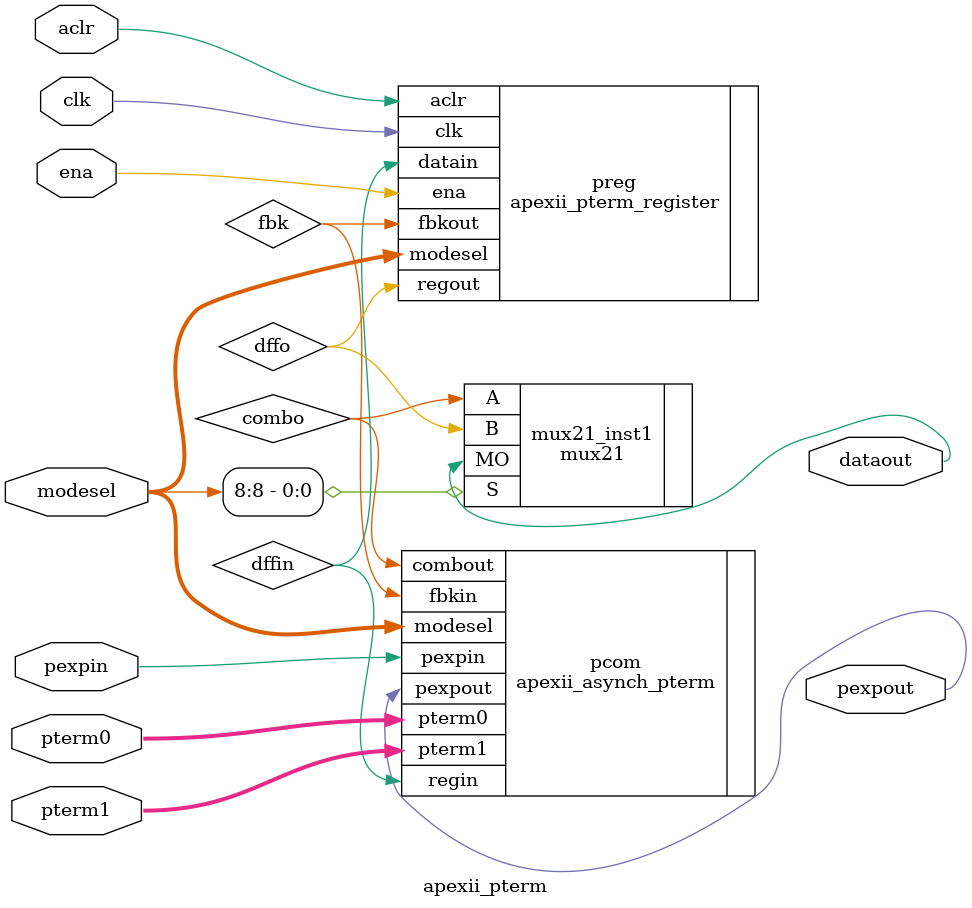
<source format=v>

module  apexii_lcell (clk, dataa, datab, datac, datad, aclr,
                      sclr, sload, ena, cin,
                      cascin, modesel, pathsel,
                      combout, regout, cout, cascout) ;

input  clk, dataa, datab, datac, datad, ena ;
input  aclr, sclr, sload, cin, cascin;
input [8:0] modesel;
input [9:0] pathsel;
output cout, cascout, regout, combout ;
wire dffin, qfbk;

apexii_asynch_lcell lecomb (.dataa(dataa), .datab(datab), .datac(datac), 
										.datad(datad), .cin(cin), .cascin(cascin),
                              .qfbkin(qfbk), .modesel(modesel), .pathsel(pathsel), .combout(combout),
										 .regin(dffin), .cout(cout), .cascout(cascout));

apexii_lcell_register lereg (.clk(clk), .aclr(aclr), .sclr(sclr), .modesel(modesel),
										.sload(sload), .ena(ena), .datain(dffin), 
										.datac(datac), 
										.regout(regout), .qfbko(qfbk));

endmodule

module apexii_io(datain, ddiodatain, oe, outclk, outclkena, inclk, inclkena, areset,
	modesel, padio, combout, regout, ddioregout);

	inout		padio;
	input		datain, ddiodatain, oe, outclk, outclkena, inclk, inclkena, areset;
	input		[36:0] modesel;
 	output		combout, regout, ddioregout;
	
	wire	tmp_oe_reg_out, tmp_input_reg_out, tmp_output_reg_out; 
	
	wire   	tmp_padio, tmp_combout;
	
	wire	tri_in,  tri_in_new;  // temp result before outputing to padio
	
	wire	od_output;  // open_drain_output mode
	
	wire	in_reg_clr, in_reg_preset, in_reg_sel;
	
	wire	oe_reg_clr, oe_reg_preset, oe_reg_sel;
	
	wire	out_reg_clr, out_reg_preset, out_reg_sel;
	
	wire	output_or_bidir;
	
	wire	input_reg_pu_low, output_reg_pu_low, oe_reg_pu_low;
	
	wire	tmp_datain;
	wire	pmuxout, poutmux2, poutmux3, outclk_delayed;
	wire	iareset;
	wire	inclkena;
	wire	outclkena;
	wire	oeclkena;
	
	
	//assign output_or_bidir = (operation_mode == "output") || (operation_mode == "bidir");
	OR2 or2_1 ( .Y(output_or_bidir), .IN1(modesel[1]), .IN2(modesel[2]));

	//ddio output_or_bidir = (ddio_mode == "output") || (ddio_mode == "bidir");
	OR2 or2_11 ( .Y(ddio_output_or_bidir), .IN1(modesel[4]), .IN2(modesel[5]));

	//assign input_reg_pu_low = ( input_power_up == "low") ? 'b0 : 'b1;
	//INV inv_1 ( .Y(input_reg_pu_low), .IN1(modesel[30]));
	//INV inv_11 ( .Y(input_reg_pu_low_inv), .IN1(input_reg_pu_low));

	//AND2 and2_31 ( .Y(in_reg_clr_and_pu_low), .IN1(in_reg_clr), .IN2(input_reg_pu_low));
	//AND2 and2_32 ( .Y(out_reg_clr_and_pu_low), .IN1(out_reg_clr), .IN2(output_reg_pu_low));

	//assign output_reg_pu_low = ( output_power_up == "low") ? 'b0 : 'b1;
	//INV inv_2 ( .Y(output_reg_pu_low), .IN1(modesel[16]));
	//INV inv_21 ( .Y(output_reg_pu_low_inv), .IN1(output_reg_pu_low));

	//AND2 and2_33 ( .Y(in_reg_preset_and_pu_low_inv), .IN1(in_reg_preset), .IN2(input_reg_pu_low_inv));
	//AND2 and2_34 ( .Y(out_reg_preset_and_pu_low_inv), .IN1(out_reg_preset), .IN2(output_reg_pu_low_inv));

	//assign oe_reg_pu_low = ( oe_power_up == "low") ? 'b0 : 'b1;
	//INV inv_3 ( .Y(oe_reg_pu_low), .IN1(modesel[23]));
	//INV inv_31 ( .Y(oe_reg_pu_low_inv), .IN1(oe_reg_pu_low));

	//AND2 and2_35 ( .Y(oe_reg_clr_and_pu_low), .IN1(oe_reg_clr), .IN2(oe_reg_pu_low));
	//AND2 and2_36 ( .Y(oe_reg_preset_and_pu_low_inv), .IN1(oe_reg_preset), .IN2(oe_reg_pu_low_inv));
	
	//assign  out_reg_sel = (output_register_mode == "register" ) ? 'b1 : 'b0;
	assign  out_reg_sel = modesel[10];

	//assign	oe_reg_sel = ( oe_register_mode == "register" ) ? 'b1 : 'b0;
	assign oe_reg_sel = modesel[17];

	//assign  in_reg_sel = ( input_register_mode == "register") ? 'b1 : 'b0;
	assign in_reg_sel = modesel[24];
	 
	INV inv_4 ( .Y(iareset), .IN1(areset));
	//assign	iareset = ( areset === 'b0 || areset === 'b1 ) ? !areset : 'b1;

	// output registered
	//assign out_reg_clr = (output_reset == "clear") ? iareset : 'b1;
	mux21 mux21_1 ( .MO(out_reg_clr), .B(iareset), .A(1'b1), .S(modesel[12]));


	//assign out_reg_preset = ( output_reset == "preset") ? iareset : 'b1;
	mux21 mux21_2 ( .MO(out_reg_preset), .B(iareset), .A(1'b1), .S(modesel[13]));

   //assign out_clk_ena = (tie_off_output_clock_enable == "false") ? outclkena : 1'b1;
	mux21 mux21_21 ( .MO(out_clk_ena), .B(outclkena), .A(1'b1), .S(modesel[31]));

	// oe register

	//assign oe_reg_clr = ( oe_reset == "clear") ? iareset : 'b1;
	mux21 mux21_3 ( .MO(oe_reg_clr), .B(iareset), .A(1'b1), .S(modesel[19]));

	//assign oe_reg_preset = ( oe_reset == "preset") ? iareset : 'b1;
	mux21 mux21_4 ( .MO(oe_reg_preset), .B(iareset), .A(1'b1), .S(modesel[20]));

   //assign oe_clk_ena = (tie_off_oe_clock_enable == "false") ? outclkena : 1'b1;
	mux21 mux21_41 ( .MO(oe_clk_ena), .B(outclkena), .A(1'b1), .S(modesel[33]));

	// input register
	//assign in_reg_clr = ( input_reset == "clear") ? iareset : 'b1;
	mux21 mux21_5 ( .MO(in_reg_clr), .B(iareset), .A(1'b1), .S(modesel[26]));

	//assign in_reg_preset = ( input_reset == "preset") ? iareset : 'b1;
	mux21 mux21_6 ( .MO(in_reg_preset), .B(iareset), .A(1'b1), .S(modesel[27]));
	
	dffe	in_reg (.Q(in_reg_out), .CLK(inclk), .ENA(inclkena), .D(padio), .CLRN(in_reg_clr), .PRN(in_reg_preset));

	INV inv_44(.Y(inclk_inv), .IN1(inclk));

	INV inv_45(.Y(outclk_inv), .IN1(outclk));

	dffe	in_ddio0_reg (.Q(in_ddio0_reg_out), .CLK(inclk_inv), .ENA(inclkena), .D(padio), .CLRN(in_reg_clr), .PRN(in_reg_preset));
	
	dffe	in_ddio1_reg (.Q(in_ddio1_reg_out), .CLK(inclk), .ENA(inclkena), .D(in_ddio0_reg_out), .CLRN(in_reg_clr), .PRN(in_reg_preset));

	dffe    out_reg (.Q(out_reg_out), .CLK(outclk), .ENA(out_clk_ena), .D(datain), .CLRN(out_reg_clr), .PRN(out_reg_preset));

	dffe    out_ddio_reg (.Q(out_ddio_reg_out), .CLK(outclk), .ENA(out_clk_ena), .D(ddiodatain), .CLRN(out_reg_clr), .PRN(out_reg_preset));

	dffe    oe_reg (.Q(oe_reg_out), .CLK(outclk), .ENA(oe_clk_ena), .D(oe), .CLRN(oe_reg_clr), .PRN(oe_reg_preset));

	dffe    oe_pulse_reg (.Q(oe_pulse_reg_out), .CLK(outclk_inv), .ENA(oe_clk_ena), .D(oe_reg_out), .CLRN(oe_reg_clr), .PRN(oe_reg_preset));

  //assign oe_out = (oe_register_mode == "register") ? (extend_oe_disable == "true" ? oe_pulse_reg_out && oe_reg_out : oe_reg_out) : oe;
	mux21	oe_mux(.MO(oe_out), .A(oe), .B(pmux2out), .S(modesel[17]));
	mux21	oe_mux2(.MO(pmux2out), .A(oe_reg_out), .B(oe_w_wo_pulse_and_reg_out), .S(modesel[36]));
	AND2    and2_oe_p_r_out ( .Y(oe_w_wo_pulse_and_reg_out), .IN1(oe_pulse_reg_out), .IN2(oe_reg_out));

	AND1    sel_delaybuf (.Y(outclk_delayed), .IN1(outclk));

	mux21   ddio_data_mux (.MO (ddio_data),
                               .A (out_ddio_reg_out),
                               .B (out_reg_out),
                               .S (outclk_delayed)
                              );

	//below 3 muxes together implement this logic-
   //assign tmp_datain = (ddio_mode == "output" || ddio_mode == "bidir") ? ddio_data : ((operation_mode == "output" || operation_mode == "bidir") ? (out_reg_sel == 'b1 ? out_reg_out : datain) : 'b0);

	mux21 out_mux1(.MO(tmp_datain), .B(ddio_data), .A(poutmux2), .S(ddio_output_or_bidir));
	mux21 out_mux2(.MO(poutmux2), .B(poutmux3), .A(1'b0), .S(output_or_bidir));
	mux21 out_mux3(.MO(poutmux3), .B(out_reg_out), .A(datain), .S(out_reg_sel));

	// timing info in case output and/or input are not registered.
	apexii_asynch_io	apexii_pin(.datain(tmp_datain), .oe(oe_out), .modesel(modesel), .ddioregin(in_ddio1_reg_out), .regin(in_reg_out), .padio(padio), .combout(combout), .regout(regout), .ddioregout(ddioregout));

endmodule

///////////////////////////////////////////////////////////////////////////////
//
// APEXII RAM ATOM
//
///////////////////////////////////////////////////////////////////////////////

module apexii_ram_block (portadatain, portaclk0, portaclk1, portaclr0, portaclr1,
                       portaena0, portaena1, portawe, portare, portaraddr,
                       portawaddr, portadataout,
                       portbdatain, portbclk0, portbclk1, portbclr0, portbclr1,
                       portbena0, portbena1, portbwe, portbre, portbraddr,
                       portbwaddr, portbdataout,
                       portamodesel, portbmodesel);

    input  [15:0] portadatain;
    input  portaclk0, portaclk1, portaclr0, portaclr1;
    input  portaena0, portaena1, portawe, portare;
    input  [16:0] portaraddr, portawaddr;
    input  [15:0] portbdatain;
    input  portbclk0, portbclk1, portbclr0, portbclr1;
    input  portbena0, portbena1, portbwe, portbre;
    input  [16:0] portbraddr, portbwaddr;
    input  [20:0] portamodesel;
    input  [20:0] portbmodesel;
    output [15:0] portadataout;
    output [15:0] portbdataout;

// 'sel' wires for porta

   wire  portadatain_reg_sel, portadatain_reg_clr_sel;
   wire  portawrite_reg_sel, portawe_clr_sel;
   wire  portawaddr_clr_sel;
   wire  [1:0] portaraddr_clr_sel, portare_clr_sel;
   wire  [1:0] portaraddr_clk_sel, portare_clk_sel;
   wire  [1:0] portadataout_clk_sel;
   wire  [1:0] portadataout_clr_sel;
   wire  portaraddr_en_sel, portare_en_sel;
   wire  portadataout_en_sel;

// registered wires for porta

   wire  [15:0] portadatain_reg, portadataout_reg;
   wire  portawe_reg, portare_reg;
   wire  [16:0] portaraddr_reg, portawaddr_reg;

   wire  [15:0] portadatain_int, portadataout_int;
   wire  [16:0] portaraddr_int, portawaddr_int;
   wire  portawe_int, portare_int;

// 'clr' wires for porta

   wire  portadatain_reg_clr, portadinreg_clr;
   wire  portawe_reg_clr, portawereg_clr;
   wire  portawaddr_reg_clr, portawaddrreg_clr;
   wire  portare_reg_clr, portarereg_clr;
   wire  portaraddr_reg_clr, portaraddrreg_clr;
   wire  portadataout_reg_clr, portadataoutreg_clr;

// 'ena' wires for porta

   wire  portareen, portaraddren, portadataouten;

// 'clk' wires for porta

   wire  portare_clk, portare_clr;
   wire  portaraddr_clk, portaraddr_clr;
   wire  portadataout_clk, portadataout_clr;

// other wires

   wire  portawe_reg_mux, portawe_reg_mux_delayed;
   wire  portawe_pulse;
   wire  [15:0] portadataout_tmp;
   wire  portavalid_addr;

// 'sel' wires for portb

   wire  portbdatain_reg_sel, portbdatain_reg_clr_sel;
   wire  portbwrite_reg_sel, portbwe_clr_sel;
   wire  portbwaddr_clr_sel;
   wire  [1:0] portbraddr_clr_sel, portbre_clr_sel;
   wire  [1:0] portbraddr_clk_sel, portbre_clk_sel;
   wire  [1:0] portbdataout_clk_sel;
   wire  [1:0] portbdataout_clr_sel;
   wire  portbraddr_en_sel, portbre_en_sel;
   wire  portbdataout_en_sel;

// registered wires for portb

   wire  [15:0] portbdatain_reg, portbdataout_reg;
   wire  portbwe_reg, portbre_reg;
   wire  [16:0] portbraddr_reg, portbwaddr_reg;

   wire  [15:0] portbdatain_int, portbdataout_int;
   wire  [16:0] portbraddr_int, portbwaddr_int;
   wire  portbwe_int, portbre_int;

// 'clr' wires for portb

   wire  portbdatain_reg_clr, portbdinreg_clr;
   wire  portbwe_reg_clr, portbwereg_clr;
   wire  portbwaddr_reg_clr, portbwaddrreg_clr;
   wire  portbre_reg_clr, portbrereg_clr;
   wire  portbraddr_reg_clr, portbraddrreg_clr;
   wire  portbdataout_reg_clr, portbdataoutreg_clr;

// 'ena' wires for portb

   wire  portbreen, portbraddren, portbdataouten;

// 'clk' wires for portb

   wire  portbre_clk, portbre_clr;
   wire  portbraddr_clk, portbraddr_clr;
   wire  portbdataout_clk, portbdataout_clr;

// other wires

   wire  portbwe_reg_mux, portbwe_reg_mux_delayed;
   wire  portbwe_pulse;
   wire  [15:0] portbdataout_tmp;
   wire  portbvalid_addr;
   wire portbclk0_delayed;

   wire  NC;
	assign NC = 1'b0;

	 wire re;

     assign portadatain_reg_sel		= portamodesel[0];
     assign portadatain_reg_clr_sel	= portamodesel[1];

     assign portawrite_reg_sel		= portamodesel[2];
     assign portawe_clr_sel		= portamodesel[3];
     assign portawaddr_clr_sel		= portamodesel[4];

     assign portaraddr_clk_sel[0]	= portamodesel[5];
     assign portaraddr_clr_sel[0]	= portamodesel[6];

     assign portare_clk_sel[0]		= portamodesel[7];
     assign portare_clr_sel[0]		= portamodesel[8];

     assign portadataout_clk_sel[0]	= portamodesel[9];
     assign portadataout_clr_sel[0]	= portamodesel[10];

     assign portare_clk_sel[1]		= portamodesel[11];
     assign portare_en_sel		      = portamodesel[11];
     assign portare_clr_sel[1]		= portamodesel[12];

     assign portaraddr_clk_sel[1]	= portamodesel[13];
     assign portaraddr_en_sel		   = portamodesel[13];
     assign portaraddr_clr_sel[1]	= portamodesel[14];

     assign portadataout_clk_sel[1]	= portamodesel[15];
     assign portadataout_en_sel		= portamodesel[15];
     assign portadataout_clr_sel[1]	= portamodesel[16];

     assign portbdatain_reg_sel		= portbmodesel[0];
     assign portbdatain_reg_clr_sel	= portbmodesel[1];

     assign portbwrite_reg_sel		= portbmodesel[2];
     assign portbwe_clr_sel		   = portbmodesel[3];
     assign portbwaddr_clr_sel		= portbmodesel[4];

     assign portbraddr_clk_sel[0]	= portbmodesel[5];
     assign portbraddr_clr_sel[0]	= portbmodesel[6];

     assign portbre_clk_sel[0]		= portbmodesel[7];
     assign portbre_clr_sel[0]		= portbmodesel[8];

     assign portbdataout_clk_sel[0]	= portbmodesel[9];
     assign portbdataout_clr_sel[0]	= portbmodesel[10];

     assign portbre_clk_sel[1]		= portbmodesel[11];
     assign portbre_en_sel		      = portbmodesel[11];
     assign portbre_clr_sel[1]		= portbmodesel[12];

     assign portbraddr_clk_sel[1]	= portbmodesel[13];
     assign portbraddr_en_sel		   = portbmodesel[13];
     assign portbraddr_clr_sel[1]	= portbmodesel[14];

     assign portbdataout_clk_sel[1]	= portbmodesel[15];
     assign portbdataout_en_sel		= portbmodesel[15];
     assign portbdataout_clr_sel[1]	= portbmodesel[16];


// PORT A registers

nmux21 	portadatainregclr (.MO(portadatain_reg_clr), .A(NC), .B(portaclr0), .S(portadatain_reg_clr_sel));
dffe	portadinreg_0 (.Q(portadatain_reg[0]), .CLK(portaclk0), .ENA(portaena0), .D(portadatain[0]), .CLRN(portadatain_reg_clr), .PRN(1'b1));
dffe	portadinreg_1 (.Q(portadatain_reg[1]), .CLK(portaclk0), .ENA(portaena0), .D(portadatain[1]), .CLRN(portadatain_reg_clr), .PRN(1'b1));
dffe	portadinreg_2 (.Q(portadatain_reg[2]), .CLK(portaclk0), .ENA(portaena0), .D(portadatain[2]), .CLRN(portadatain_reg_clr), .PRN(1'b1));
dffe	portadinreg_3 (.Q(portadatain_reg[3]), .CLK(portaclk0), .ENA(portaena0), .D(portadatain[3]), .CLRN(portadatain_reg_clr), .PRN(1'b1));
dffe	portadinreg_4 (.Q(portadatain_reg[4]), .CLK(portaclk0), .ENA(portaena0), .D(portadatain[4]), .CLRN(portadatain_reg_clr), .PRN(1'b1));
dffe	portadinreg_5 (.Q(portadatain_reg[5]), .CLK(portaclk0), .ENA(portaena0), .D(portadatain[5]), .CLRN(portadatain_reg_clr), .PRN(1'b1));
dffe	portadinreg_6 (.Q(portadatain_reg[6]), .CLK(portaclk0), .ENA(portaena0), .D(portadatain[6]), .CLRN(portadatain_reg_clr), .PRN(1'b1));
dffe	portadinreg_7 (.Q(portadatain_reg[7]), .CLK(portaclk0), .ENA(portaena0), .D(portadatain[7]), .CLRN(portadatain_reg_clr), .PRN(1'b1));
dffe	portadinreg_8 (.Q(portadatain_reg[8]), .CLK(portaclk0), .ENA(portaena0), .D(portadatain[8]), .CLRN(portadatain_reg_clr), .PRN(1'b1));
dffe	portadinreg_9 (.Q(portadatain_reg[9]), .CLK(portaclk0), .ENA(portaena0), .D(portadatain[9]), .CLRN(portadatain_reg_clr), .PRN(1'b1));
dffe	portadinreg_10 (.Q(portadatain_reg[10]), .CLK(portaclk0), .ENA(portaena0), .D(portadatain[10]), .CLRN(portadatain_reg_clr), .PRN(1'b1));
dffe	portadinreg_11 (.Q(portadatain_reg[11]), .CLK(portaclk0), .ENA(portaena0), .D(portadatain[11]), .CLRN(portadatain_reg_clr), .PRN(1'b1));
dffe	portadinreg_12 (.Q(portadatain_reg[12]), .CLK(portaclk0), .ENA(portaena0), .D(portadatain[12]), .CLRN(portadatain_reg_clr), .PRN(1'b1));
dffe	portadinreg_13 (.Q(portadatain_reg[13]), .CLK(portaclk0), .ENA(portaena0), .D(portadatain[13]), .CLRN(portadatain_reg_clr), .PRN(1'b1));
dffe	portadinreg_14 (.Q(portadatain_reg[14]), .CLK(portaclk0), .ENA(portaena0), .D(portadatain[14]), .CLRN(portadatain_reg_clr), .PRN(1'b1));
dffe	portadinreg_15 (.Q(portadatain_reg[15]), .CLK(portaclk0), .ENA(portaena0), .D(portadatain[15]), .CLRN(portadatain_reg_clr), .PRN(1'b1));
bmux21 	portadatainsel (.MO(portadatain_int), .A(portadatain), .B(portadatain_reg), .S(portadatain_reg_sel));



nmux21 	portaweregclr (.MO(portawe_reg_clr), .A(NC), .B(portaclr0), .S(portawe_clr_sel));
dffe	portawereg (.Q(portawe_reg), .CLK(portaclk0), .ENA(portaena0), .D(portawe), .CLRN(portawe_reg_clr), .PRN(1'b1));
mux21   portawesel1 (.MO(portawe_reg_mux), .A(portawe), .B(portawe_reg), .S(portawrite_reg_sel));
AND1    portawedelaybuf (.Y(portawe_reg_mux_delayed), .IN1(portawe_reg_mux));

INV     inv_1 ( .Y(portaclk0_inv1), .IN1(portaclk0_delayed));

AND1    portaclk0weregdelaybuf (.Y(portaclk0_delayed), .IN1(portaclk0));

AND2    and2_1 ( .Y(portawe_pulse), .IN1(portawe_reg_mux_delayed), .IN2(portaclk0_inv1));

mux21   portawesel2 (.MO(portawe_int), .A(portawe_reg_mux_delayed), .B(portawe_pulse), .S(portawrite_reg_sel));

nmux21 	portawaddrregclr (.MO(portawaddr_reg_clr), .A(NC), .B(portaclr0), .S(portawaddr_clr_sel));
dffe    portawaddrreg_0 (.Q(portawaddr_reg[0]), .CLK(portaclk0), .ENA(portaena0), .D(portawaddr[0]), .CLRN(portawaddr_reg_clr), .PRN(1'b1));
dffe    portawaddrreg_1 (.Q(portawaddr_reg[1]), .CLK(portaclk0), .ENA(portaena0), .D(portawaddr[1]), .CLRN(portawaddr_reg_clr), .PRN(1'b1));
dffe    portawaddrreg_2 (.Q(portawaddr_reg[2]), .CLK(portaclk0), .ENA(portaena0), .D(portawaddr[2]), .CLRN(portawaddr_reg_clr), .PRN(1'b1));
dffe    portawaddrreg_3 (.Q(portawaddr_reg[3]), .CLK(portaclk0), .ENA(portaena0), .D(portawaddr[3]), .CLRN(portawaddr_reg_clr), .PRN(1'b1));
dffe    portawaddrreg_4 (.Q(portawaddr_reg[4]), .CLK(portaclk0), .ENA(portaena0), .D(portawaddr[4]), .CLRN(portawaddr_reg_clr), .PRN(1'b1));
dffe    portawaddrreg_5 (.Q(portawaddr_reg[5]), .CLK(portaclk0), .ENA(portaena0), .D(portawaddr[5]), .CLRN(portawaddr_reg_clr), .PRN(1'b1));
dffe    portawaddrreg_6 (.Q(portawaddr_reg[6]), .CLK(portaclk0), .ENA(portaena0), .D(portawaddr[6]), .CLRN(portawaddr_reg_clr), .PRN(1'b1));
dffe    portawaddrreg_7 (.Q(portawaddr_reg[7]), .CLK(portaclk0), .ENA(portaena0), .D(portawaddr[7]), .CLRN(portawaddr_reg_clr), .PRN(1'b1));
dffe    portawaddrreg_8 (.Q(portawaddr_reg[8]), .CLK(portaclk0), .ENA(portaena0), .D(portawaddr[8]), .CLRN(portawaddr_reg_clr), .PRN(1'b1));
dffe    portawaddrreg_9 (.Q(portawaddr_reg[9]), .CLK(portaclk0), .ENA(portaena0), .D(portawaddr[9]), .CLRN(portawaddr_reg_clr), .PRN(1'b1));
dffe    portawaddrreg_10 (.Q(portawaddr_reg[10]), .CLK(portaclk0), .ENA(portaena0), .D(portawaddr[10]), .CLRN(portawaddr_reg_clr), .PRN(1'b1));
dffe    portawaddrreg_11 (.Q(portawaddr_reg[11]), .CLK(portaclk0), .ENA(portaena0), .D(portawaddr[11]), .CLRN(portawaddr_reg_clr), .PRN(1'b1));
dffe    portawaddrreg_12 (.Q(portawaddr_reg[12]), .CLK(portaclk0), .ENA(portaena0), .D(portawaddr[12]), .CLRN(portawaddr_reg_clr), .PRN(1'b1));
dffe    portawaddrreg_13 (.Q(portawaddr_reg[13]), .CLK(portaclk0), .ENA(portaena0), .D(portawaddr[13]), .CLRN(portawaddr_reg_clr), .PRN(1'b1));
dffe    portawaddrreg_14 (.Q(portawaddr_reg[14]), .CLK(portaclk0), .ENA(portaena0), .D(portawaddr[14]), .CLRN(portawaddr_reg_clr), .PRN(1'b1));
dffe    portawaddrreg_15 (.Q(portawaddr_reg[15]), .CLK(portaclk0), .ENA(portaena0), .D(portawaddr[15]), .CLRN(portawaddr_reg_clr), .PRN(1'b1));
dffe    portawaddrreg_16 (.Q(portawaddr_reg[16]), .CLK(portaclk0), .ENA(portaena0), .D(portawaddr[16]), .CLRN(portawaddr_reg_clr), .PRN(1'b1));

bmux21_17 	portawaddrsel (.MO(portawaddr_int), .A(portawaddr), .B(portawaddr_reg), .S(portawrite_reg_sel));


mux21   portaraddrclksel (.MO(portaraddr_clk), .A(portaclk0), .B(portaclk1),
                          .S(portaraddr_clk_sel[1]));
mux21   portaraddrensel (.MO(portaraddren), .A(portaena0), .B(portaena1),
                         .S(portaraddr_en_sel));
mux21   portaraddrclrsel (.MO(portaraddr_clr), .A(portaclr0), .B(portaclr1),
                          .S(portaraddr_clr_sel[1]));
nmux21 	portaraddrregclr (.MO(portaraddr_reg_clr), .A(NC), .B(portaraddr_clr),
                          .S(portaraddr_clr_sel[0]));

dffe    portaraddrreg_0 (.Q(portaraddr_reg[0]), .CLK(portaraddr_clk),
                         .ENA(portaraddren), .D(portaraddr[0]),
                         .CLRN(portaraddr_reg_clr), .PRN(1'b1));
dffe    portaraddrreg_1 (.Q(portaraddr_reg[1]), .CLK(portaraddr_clk),
                         .ENA(portaraddren), .D(portaraddr[1]),
                         .CLRN(portaraddr_reg_clr), .PRN(1'b1));
dffe    portaraddrreg_2 (.Q(portaraddr_reg[2]), .CLK(portaraddr_clk),
                         .ENA(portaraddren), .D(portaraddr[2]),
                         .CLRN(portaraddr_reg_clr), .PRN(1'b1));
dffe    portaraddrreg_3 (.Q(portaraddr_reg[3]), .CLK(portaraddr_clk),
                         .ENA(portaraddren), .D(portaraddr[3]),
                         .CLRN(portaraddr_reg_clr), .PRN(1'b1));
dffe    portaraddrreg_4 (.Q(portaraddr_reg[4]), .CLK(portaraddr_clk),
                         .ENA(portaraddren), .D(portaraddr[4]),
                         .CLRN(portaraddr_reg_clr), .PRN(1'b1));
dffe    portaraddrreg_5 (.Q(portaraddr_reg[5]), .CLK(portaraddr_clk),
                         .ENA(portaraddren), .D(portaraddr[5]),
                         .CLRN(portaraddr_reg_clr), .PRN(1'b1));
dffe    portaraddrreg_6 (.Q(portaraddr_reg[6]), .CLK(portaraddr_clk),
                         .ENA(portaraddren), .D(portaraddr[6]),
                         .CLRN(portaraddr_reg_clr), .PRN(1'b1));
dffe    portaraddrreg_7 (.Q(portaraddr_reg[7]), .CLK(portaraddr_clk),
                         .ENA(portaraddren), .D(portaraddr[7]),
                         .CLRN(portaraddr_reg_clr), .PRN(1'b1));
dffe    portaraddrreg_8 (.Q(portaraddr_reg[8]), .CLK(portaraddr_clk),
                         .ENA(portaraddren), .D(portaraddr[8]),
                         .CLRN(portaraddr_reg_clr), .PRN(1'b1));
dffe    portaraddrreg_9 (.Q(portaraddr_reg[9]), .CLK(portaraddr_clk),
                         .ENA(portaraddren), .D(portaraddr[9]),
                         .CLRN(portaraddr_reg_clr), .PRN(1'b1));
dffe    portaraddrreg_10 (.Q(portaraddr_reg[10]), .CLK(portaraddr_clk),
                         .ENA(portaraddren), .D(portaraddr[10]),
                         .CLRN(portaraddr_reg_clr), .PRN(1'b1));
dffe    portaraddrreg_11 (.Q(portaraddr_reg[11]), .CLK(portaraddr_clk),
                         .ENA(portaraddren), .D(portaraddr[11]),
                         .CLRN(portaraddr_reg_clr), .PRN(1'b1));
dffe    portaraddrreg_12 (.Q(portaraddr_reg[12]), .CLK(portaraddr_clk),
                         .ENA(portaraddren), .D(portaraddr[12]),
                         .CLRN(portaraddr_reg_clr), .PRN(1'b1));
dffe    portaraddrreg_13 (.Q(portaraddr_reg[13]), .CLK(portaraddr_clk),
                         .ENA(portaraddren), .D(portaraddr[13]),
                         .CLRN(portaraddr_reg_clr), .PRN(1'b1));
dffe    portaraddrreg_14 (.Q(portaraddr_reg[14]), .CLK(portaraddr_clk),
                         .ENA(portaraddren), .D(portaraddr[14]),
                         .CLRN(portaraddr_reg_clr), .PRN(1'b1));
dffe    portaraddrreg_15 (.Q(portaraddr_reg[15]), .CLK(portaraddr_clk),
                         .ENA(portaraddren), .D(portaraddr[15]),
                         .CLRN(portaraddr_reg_clr), .PRN(1'b1));
dffe    portaraddrreg_16 (.Q(portaraddr_reg[16]), .CLK(portaraddr_clk),
                         .ENA(portaraddren), .D(portaraddr[16]),
                         .CLRN(portaraddr_reg_clr), .PRN(1'b1));
bmux21_17  portaraddrsel (.MO(portaraddr_int), .A(portaraddr),
                       .B(portaraddr_reg), .S(portaraddr_clk_sel[0]));

mux21 	portareclksel (.MO(portare_clk), .A(portaclk0), .B(portaclk1), .S(portare_clk_sel[1]));
mux21   portareensel (.MO(portareen), .A(portaena0), .B(portaena1), .S(portare_en_sel));
mux21   portareclrsel (.MO(portare_clr), .A(portaclr0), .B(portaclr1), .S(portare_clr_sel[1]));
nmux21  portareregclr (.MO(portare_reg_clr), .A(NC), .B(portare_clr), .S(portare_clr_sel[0]));
dffe    portarereg (.Q(portare_reg), .CLK(portare_clk), .ENA(portareen), .D(portare), .CLRN(portare_reg_clr), .PRN(1'b1));
mux21 	portaresel (.MO(portare_int), .A(portare), .B(portare_reg), .S(portare_clk_sel[0]));


mux21   portadataoutclksel (.MO(portadataout_clk), .A(portaclk0), .B(portaclk1),
                            .S(portadataout_clk_sel[1]));
mux21   portadataoutensel (.MO(portadataouten), .A(portaena0), .B(portaena1),
                           .S(portadataout_en_sel));
mux21   portadataoutclrsel (.MO(portadataout_clr), .A(portaclr0), .B(portaclr1),
                            .S(portadataout_clr_sel[1]));
nmux21	portadataoutregclr (.MO(portadataout_reg_clr), .A(NC), .B(portadataout_clr),
                            .S(portadataout_clr_sel[0]));
dffe    portadataoutreg_0 (.Q(portadataout_reg[0]), .CLK(portadataout_clk),
                          .ENA(portadataouten), .D(portadataout_int[0]), 
                          .CLRN(portadataout_reg_clr), .PRN(1'b1));
dffe    portadataoutreg_1 (.Q(portadataout_reg[1]), .CLK(portadataout_clk),
                          .ENA(portadataouten), .D(portadataout_int[1]), 
                          .CLRN(portadataout_reg_clr), .PRN(1'b1));
dffe    portadataoutreg_2 (.Q(portadataout_reg[2]), .CLK(portadataout_clk),
                          .ENA(portadataouten), .D(portadataout_int[2]), 
                          .CLRN(portadataout_reg_clr), .PRN(1'b1));
dffe    portadataoutreg_3 (.Q(portadataout_reg[3]), .CLK(portadataout_clk),
                          .ENA(portadataouten), .D(portadataout_int[3]), 
                          .CLRN(portadataout_reg_clr), .PRN(1'b1));
dffe    portadataoutreg_4 (.Q(portadataout_reg[4]), .CLK(portadataout_clk),
                          .ENA(portadataouten), .D(portadataout_int[4]), 
                          .CLRN(portadataout_reg_clr), .PRN(1'b1));
dffe    portadataoutreg_5 (.Q(portadataout_reg[5]), .CLK(portadataout_clk),
                          .ENA(portadataouten), .D(portadataout_int[5]), 
                          .CLRN(portadataout_reg_clr), .PRN(1'b1));
dffe    portadataoutreg_6 (.Q(portadataout_reg[6]), .CLK(portadataout_clk),
                          .ENA(portadataouten), .D(portadataout_int[6]), 
                          .CLRN(portadataout_reg_clr), .PRN(1'b1));
dffe    portadataoutreg_7 (.Q(portadataout_reg[7]), .CLK(portadataout_clk),
                          .ENA(portadataouten), .D(portadataout_int[7]), 
                          .CLRN(portadataout_reg_clr), .PRN(1'b1));
dffe    portadataoutreg_8 (.Q(portadataout_reg[8]), .CLK(portadataout_clk),
                          .ENA(portadataouten), .D(portadataout_int[8]), 
                          .CLRN(portadataout_reg_clr), .PRN(1'b1));
dffe    portadataoutreg_9 (.Q(portadataout_reg[9]), .CLK(portadataout_clk),
                          .ENA(portadataouten), .D(portadataout_int[9]), 
                          .CLRN(portadataout_reg_clr), .PRN(1'b1));
dffe    portadataoutreg_10 (.Q(portadataout_reg[10]), .CLK(portadataout_clk),
                          .ENA(portadataouten), .D(portadataout_int[10]), 
                          .CLRN(portadataout_reg_clr), .PRN(1'b1));
dffe    portadataoutreg_11 (.Q(portadataout_reg[11]), .CLK(portadataout_clk),
                          .ENA(portadataouten), .D(portadataout_int[11]), 
                          .CLRN(portadataout_reg_clr), .PRN(1'b1));
dffe    portadataoutreg_12 (.Q(portadataout_reg[12]), .CLK(portadataout_clk),
                          .ENA(portadataouten), .D(portadataout_int[12]), 
                          .CLRN(portadataout_reg_clr), .PRN(1'b1));
dffe    portadataoutreg_13 (.Q(portadataout_reg[13]), .CLK(portadataout_clk),
                          .ENA(portadataouten), .D(portadataout_int[13]), 
                          .CLRN(portadataout_reg_clr), .PRN(1'b1));
dffe    portadataoutreg_14 (.Q(portadataout_reg[14]), .CLK(portadataout_clk),
                          .ENA(portadataouten), .D(portadataout_int[14]), 
                          .CLRN(portadataout_reg_clr), .PRN(1'b1));
dffe    portadataoutreg_15 (.Q(portadataout_reg[15]), .CLK(portadataout_clk),
                          .ENA(portadataouten), .D(portadataout_int[15]), 
                          .CLRN(portadataout_reg_clr), .PRN(1'b1));
bmux21 	portadataoutsel (.MO(portadataout_tmp), .A(portadataout_int), .B(portadataout_reg),
                         .S(portadataout_clk_sel[0]));

// PORT B registers


nmux21 	portbdatainregclr (.MO(portbdatain_reg_clr), .A(NC), .B(portbclr0), .S(portbdatain_reg_clr_sel));
dffe	portbdinreg_0 (.Q(portbdatain_reg[0]), .CLK(portbclk0), .ENA(portbena0), .D(portbdatain[0]), .CLRN(portbdatain_reg_clr), .PRN(1'b1));
dffe	portbdinreg_1 (.Q(portbdatain_reg[1]), .CLK(portbclk0), .ENA(portbena0), .D(portbdatain[1]), .CLRN(portbdatain_reg_clr), .PRN(1'b1));
dffe	portbdinreg_2 (.Q(portbdatain_reg[2]), .CLK(portbclk0), .ENA(portbena0), .D(portbdatain[2]), .CLRN(portbdatain_reg_clr), .PRN(1'b1));
dffe	portbdinreg_3 (.Q(portbdatain_reg[3]), .CLK(portbclk0), .ENA(portbena0), .D(portbdatain[3]), .CLRN(portbdatain_reg_clr), .PRN(1'b1));
dffe	portbdinreg_4 (.Q(portbdatain_reg[4]), .CLK(portbclk0), .ENA(portbena0), .D(portbdatain[4]), .CLRN(portbdatain_reg_clr), .PRN(1'b1));
dffe	portbdinreg_5 (.Q(portbdatain_reg[5]), .CLK(portbclk0), .ENA(portbena0), .D(portbdatain[5]), .CLRN(portbdatain_reg_clr), .PRN(1'b1));
dffe	portbdinreg_6 (.Q(portbdatain_reg[6]), .CLK(portbclk0), .ENA(portbena0), .D(portbdatain[6]), .CLRN(portbdatain_reg_clr), .PRN(1'b1));
dffe	portbdinreg_7 (.Q(portbdatain_reg[7]), .CLK(portbclk0), .ENA(portbena0), .D(portbdatain[7]), .CLRN(portbdatain_reg_clr), .PRN(1'b1));
dffe	portbdinreg_8 (.Q(portbdatain_reg[8]), .CLK(portbclk0), .ENA(portbena0), .D(portbdatain[8]), .CLRN(portbdatain_reg_clr), .PRN(1'b1));
dffe	portbdinreg_9 (.Q(portbdatain_reg[9]), .CLK(portbclk0), .ENA(portbena0), .D(portbdatain[9]), .CLRN(portbdatain_reg_clr), .PRN(1'b1));
dffe	portbdinreg_10 (.Q(portbdatain_reg[10]), .CLK(portbclk0), .ENA(portbena0), .D(portbdatain[10]), .CLRN(portbdatain_reg_clr), .PRN(1'b1));
dffe	portbdinreg_11 (.Q(portbdatain_reg[11]), .CLK(portbclk0), .ENA(portbena0), .D(portbdatain[11]), .CLRN(portbdatain_reg_clr), .PRN(1'b1));
dffe	portbdinreg_12 (.Q(portbdatain_reg[12]), .CLK(portbclk0), .ENA(portbena0), .D(portbdatain[12]), .CLRN(portbdatain_reg_clr), .PRN(1'b1));
dffe	portbdinreg_13 (.Q(portbdatain_reg[13]), .CLK(portbclk0), .ENA(portbena0), .D(portbdatain[13]), .CLRN(portbdatain_reg_clr), .PRN(1'b1));
dffe	portbdinreg_14 (.Q(portbdatain_reg[14]), .CLK(portbclk0), .ENA(portbena0), .D(portbdatain[14]), .CLRN(portbdatain_reg_clr), .PRN(1'b1));
dffe	portbdinreg_15 (.Q(portbdatain_reg[15]), .CLK(portbclk0), .ENA(portbena0), .D(portbdatain[15]), .CLRN(portbdatain_reg_clr), .PRN(1'b1));
bmux21 	portbdatainsel (.MO(portbdatain_int), .A(portbdatain), .B(portbdatain_reg), .S(portbdatain_reg_sel));



nmux21 	portbweregclr (.MO(portbwe_reg_clr), .A(NC), .B(portbclr0), .S(portbwe_clr_sel));
dffe	portbwereg (.Q(portbwe_reg), .CLK(portbclk0), .ENA(portbena0), .D(portbwe), .CLRN(portbwe_reg_clr), .PRN(1'b1));
mux21   portbwesel1 (.MO(portbwe_reg_mux), .A(portbwe), .B(portbwe_reg), .S(portbwrite_reg_sel));
AND1    portbwedelaybuf (.Y(portbwe_reg_mux_delayed), .IN1(portbwe_reg_mux));

INV     inv_2_1 ( .Y(portbclk0_inv1), .IN1(portbclk0_delayed));

AND1    portbclk0weregdelaybuf (.Y(portbclk0_delayed), .IN1(portbclk0));

AND2    and2_2_1 ( .Y(portbwe_pulse), .IN1(portbwe_reg_mux_delayed), .IN2(portbclk0_inv1));
mux21   portbwesel2 (.MO(portbwe_int), .A(portbwe_reg_mux_delayed), .B(portbwe_pulse), .S(portbwrite_reg_sel));

nmux21 	portbwaddrregclr (.MO(portbwaddr_reg_clr), .A(NC), .B(portbclr0), .S(portbwaddr_clr_sel));
dffe    portbwaddrreg_0 (.Q(portbwaddr_reg[0]), .CLK(portbclk0), .ENA(portbena0), .D(portbwaddr[0]), .CLRN(portbwaddr_reg_clr), .PRN(1'b1));
dffe    portbwaddrreg_1 (.Q(portbwaddr_reg[1]), .CLK(portbclk0), .ENA(portbena0), .D(portbwaddr[1]), .CLRN(portbwaddr_reg_clr), .PRN(1'b1));
dffe    portbwaddrreg_2 (.Q(portbwaddr_reg[2]), .CLK(portbclk0), .ENA(portbena0), .D(portbwaddr[2]), .CLRN(portbwaddr_reg_clr), .PRN(1'b1));
dffe    portbwaddrreg_3 (.Q(portbwaddr_reg[3]), .CLK(portbclk0), .ENA(portbena0), .D(portbwaddr[3]), .CLRN(portbwaddr_reg_clr), .PRN(1'b1));
dffe    portbwaddrreg_4 (.Q(portbwaddr_reg[4]), .CLK(portbclk0), .ENA(portbena0), .D(portbwaddr[4]), .CLRN(portbwaddr_reg_clr), .PRN(1'b1));
dffe    portbwaddrreg_5 (.Q(portbwaddr_reg[5]), .CLK(portbclk0), .ENA(portbena0), .D(portbwaddr[5]), .CLRN(portbwaddr_reg_clr), .PRN(1'b1));
dffe    portbwaddrreg_6 (.Q(portbwaddr_reg[6]), .CLK(portbclk0), .ENA(portbena0), .D(portbwaddr[6]), .CLRN(portbwaddr_reg_clr), .PRN(1'b1));
dffe    portbwaddrreg_7 (.Q(portbwaddr_reg[7]), .CLK(portbclk0), .ENA(portbena0), .D(portbwaddr[7]), .CLRN(portbwaddr_reg_clr), .PRN(1'b1));
dffe    portbwaddrreg_8 (.Q(portbwaddr_reg[8]), .CLK(portbclk0), .ENA(portbena0), .D(portbwaddr[8]), .CLRN(portbwaddr_reg_clr), .PRN(1'b1));
dffe    portbwaddrreg_9 (.Q(portbwaddr_reg[9]), .CLK(portbclk0), .ENA(portbena0), .D(portbwaddr[9]), .CLRN(portbwaddr_reg_clr), .PRN(1'b1));
dffe    portbwaddrreg_10 (.Q(portbwaddr_reg[10]), .CLK(portbclk0), .ENA(portbena0), .D(portbwaddr[10]), .CLRN(portbwaddr_reg_clr), .PRN(1'b1));
dffe    portbwaddrreg_11 (.Q(portbwaddr_reg[11]), .CLK(portbclk0), .ENA(portbena0), .D(portbwaddr[11]), .CLRN(portbwaddr_reg_clr), .PRN(1'b1));
dffe    portbwaddrreg_12 (.Q(portbwaddr_reg[12]), .CLK(portbclk0), .ENA(portbena0), .D(portbwaddr[12]), .CLRN(portbwaddr_reg_clr), .PRN(1'b1));
dffe    portbwaddrreg_13 (.Q(portbwaddr_reg[13]), .CLK(portbclk0), .ENA(portbena0), .D(portbwaddr[13]), .CLRN(portbwaddr_reg_clr), .PRN(1'b1));
dffe    portbwaddrreg_14 (.Q(portbwaddr_reg[14]), .CLK(portbclk0), .ENA(portbena0), .D(portbwaddr[14]), .CLRN(portbwaddr_reg_clr), .PRN(1'b1));
dffe    portbwaddrreg_15 (.Q(portbwaddr_reg[15]), .CLK(portbclk0), .ENA(portbena0), .D(portbwaddr[15]), .CLRN(portbwaddr_reg_clr), .PRN(1'b1));
dffe    portbwaddrreg_16 (.Q(portbwaddr_reg[16]), .CLK(portbclk0), .ENA(portbena0), .D(portbwaddr[16]), .CLRN(portbwaddr_reg_clr), .PRN(1'b1));

bmux21_17 	portbwaddrsel (.MO(portbwaddr_int), .A(portbwaddr), .B(portbwaddr_reg), .S(portbwrite_reg_sel));


mux21   portbraddrclksel (.MO(portbraddr_clk), .A(portbclk0), .B(portbclk1),
                          .S(portbraddr_clk_sel[1]));
mux21   portbraddrensel (.MO(portbraddren), .A(portbena0), .B(portbena1),
                         .S(portbraddr_en_sel));
mux21   portbraddrclrsel (.MO(portbraddr_clr), .A(portbclr0), .B(portbclr1),
                          .S(portbraddr_clr_sel[1]));
nmux21 	portbraddrregclr (.MO(portbraddr_reg_clr), .A(NC), .B(portbraddr_clr),
                          .S(portbraddr_clr_sel[0]));

dffe    portbraddrreg_0 (.Q(portbraddr_reg[0]), .CLK(portbraddr_clk),
                         .ENA(portbraddren), .D(portbraddr[0]),
                         .CLRN(portbraddr_reg_clr), .PRN(1'b1));
dffe    portbraddrreg_1 (.Q(portbraddr_reg[1]), .CLK(portbraddr_clk),
                         .ENA(portbraddren), .D(portbraddr[1]),
                         .CLRN(portbraddr_reg_clr), .PRN(1'b1));
dffe    portbraddrreg_2 (.Q(portbraddr_reg[2]), .CLK(portbraddr_clk),
                         .ENA(portbraddren), .D(portbraddr[2]),
                         .CLRN(portbraddr_reg_clr), .PRN(1'b1));
dffe    portbraddrreg_3 (.Q(portbraddr_reg[3]), .CLK(portbraddr_clk),
                         .ENA(portbraddren), .D(portbraddr[3]),
                         .CLRN(portbraddr_reg_clr), .PRN(1'b1));
dffe    portbraddrreg_4 (.Q(portbraddr_reg[4]), .CLK(portbraddr_clk),
                         .ENA(portbraddren), .D(portbraddr[4]),
                         .CLRN(portbraddr_reg_clr), .PRN(1'b1));
dffe    portbraddrreg_5 (.Q(portbraddr_reg[5]), .CLK(portbraddr_clk),
                         .ENA(portbraddren), .D(portbraddr[5]),
                         .CLRN(portbraddr_reg_clr), .PRN(1'b1));
dffe    portbraddrreg_6 (.Q(portbraddr_reg[6]), .CLK(portbraddr_clk),
                         .ENA(portbraddren), .D(portbraddr[6]),
                         .CLRN(portbraddr_reg_clr), .PRN(1'b1));
dffe    portbraddrreg_7 (.Q(portbraddr_reg[7]), .CLK(portbraddr_clk),
                         .ENA(portbraddren), .D(portbraddr[7]),
                         .CLRN(portbraddr_reg_clr), .PRN(1'b1));
dffe    portbraddrreg_8 (.Q(portbraddr_reg[8]), .CLK(portbraddr_clk),
                         .ENA(portbraddren), .D(portbraddr[8]),
                         .CLRN(portbraddr_reg_clr), .PRN(1'b1));
dffe    portbraddrreg_9 (.Q(portbraddr_reg[9]), .CLK(portbraddr_clk),
                         .ENA(portbraddren), .D(portbraddr[9]),
                         .CLRN(portbraddr_reg_clr), .PRN(1'b1));
dffe    portbraddrreg_10 (.Q(portbraddr_reg[10]), .CLK(portbraddr_clk),
                         .ENA(portbraddren), .D(portbraddr[10]),
                         .CLRN(portbraddr_reg_clr), .PRN(1'b1));
dffe    portbraddrreg_11 (.Q(portbraddr_reg[11]), .CLK(portbraddr_clk),
                         .ENA(portbraddren), .D(portbraddr[11]),
                         .CLRN(portbraddr_reg_clr), .PRN(1'b1));
dffe    portbraddrreg_12 (.Q(portbraddr_reg[12]), .CLK(portbraddr_clk),
                         .ENA(portbraddren), .D(portbraddr[12]),
                         .CLRN(portbraddr_reg_clr), .PRN(1'b1));
dffe    portbraddrreg_13 (.Q(portbraddr_reg[13]), .CLK(portbraddr_clk),
                         .ENA(portbraddren), .D(portbraddr[13]),
                         .CLRN(portbraddr_reg_clr), .PRN(1'b1));
dffe    portbraddrreg_14 (.Q(portbraddr_reg[14]), .CLK(portbraddr_clk),
                         .ENA(portbraddren), .D(portbraddr[14]),
                         .CLRN(portbraddr_reg_clr), .PRN(1'b1));
dffe    portbraddrreg_15 (.Q(portbraddr_reg[15]), .CLK(portbraddr_clk),
                         .ENA(portbraddren), .D(portbraddr[15]),
                         .CLRN(portbraddr_reg_clr), .PRN(1'b1));
dffe    portbraddrreg_16 (.Q(portbraddr_reg[16]), .CLK(portbraddr_clk),
                         .ENA(portbraddren), .D(portbraddr[16]),
                         .CLRN(portbraddr_reg_clr), .PRN(1'b1));
bmux21_17  portbraddrsel (.MO(portbraddr_int), .A(portbraddr),
                       .B(portbraddr_reg), .S(portbraddr_clk_sel[0]));

mux21 	portbreclksel (.MO(portbre_clk), .A(portbclk0), .B(portbclk1), .S(portbre_clk_sel[1]));
mux21   portbreensel (.MO(portbreen), .A(portbena0), .B(portbena1), .S(portbre_en_sel));
mux21   portbreclrsel (.MO(portbre_clr), .A(portbclr0), .B(portbclr1), .S(portbre_clr_sel[1]));
nmux21  portbreregclr (.MO(portbre_reg_clr), .A(NC), .B(portbre_clr), .S(portbre_clr_sel[0]));
dffe    portbrereg (.Q(portbre_reg), .CLK(portbre_clk), .ENA(portbreen), .D(portbre), .CLRN(portbre_reg_clr), .PRN(1'b1));
mux21 	portbresel (.MO(portbre_int), .A(portbre), .B(portbre_reg), .S(portbre_clk_sel[0]));


mux21   portbdataoutclksel (.MO(portbdataout_clk), .A(portbclk0), .B(portbclk1),
                            .S(portbdataout_clk_sel[1]));
mux21   portbdataoutensel (.MO(portbdataouten), .A(portbena0), .B(portbena1),
                           .S(portbdataout_en_sel));
mux21   portbdataoutclrsel (.MO(portbdataout_clr), .A(portbclr0), .B(portbclr1),
                            .S(portbdataout_clr_sel[1]));
nmux21	portbdataoutregclr (.MO(portbdataout_reg_clr), .A(NC), .B(portbdataout_clr),
                            .S(portbdataout_clr_sel[0]));
dffe    portbdataoutreg_0 (.Q(portbdataout_reg[0]), .CLK(portbdataout_clk),
                          .ENA(portbdataouten), .D(portbdataout_int[0]), 
                          .CLRN(portbdataout_reg_clr), .PRN(1'b1));
dffe    portbdataoutreg_1 (.Q(portbdataout_reg[1]), .CLK(portbdataout_clk),
                          .ENA(portbdataouten), .D(portbdataout_int[1]), 
                          .CLRN(portbdataout_reg_clr), .PRN(1'b1));
dffe    portbdataoutreg_2 (.Q(portbdataout_reg[2]), .CLK(portbdataout_clk),
                          .ENA(portbdataouten), .D(portbdataout_int[2]), 
                          .CLRN(portbdataout_reg_clr), .PRN(1'b1));
dffe    portbdataoutreg_3 (.Q(portbdataout_reg[3]), .CLK(portbdataout_clk),
                          .ENA(portbdataouten), .D(portbdataout_int[3]), 
                          .CLRN(portbdataout_reg_clr), .PRN(1'b1));
dffe    portbdataoutreg_4 (.Q(portbdataout_reg[4]), .CLK(portbdataout_clk),
                          .ENA(portbdataouten), .D(portbdataout_int[4]), 
                          .CLRN(portbdataout_reg_clr), .PRN(1'b1));
dffe    portbdataoutreg_5 (.Q(portbdataout_reg[5]), .CLK(portbdataout_clk),
                          .ENA(portbdataouten), .D(portbdataout_int[5]), 
                          .CLRN(portbdataout_reg_clr), .PRN(1'b1));
dffe    portbdataoutreg_6 (.Q(portbdataout_reg[6]), .CLK(portbdataout_clk),
                          .ENA(portbdataouten), .D(portbdataout_int[6]), 
                          .CLRN(portbdataout_reg_clr), .PRN(1'b1));
dffe    portbdataoutreg_7 (.Q(portbdataout_reg[7]), .CLK(portbdataout_clk),
                          .ENA(portbdataouten), .D(portbdataout_int[7]), 
                          .CLRN(portbdataout_reg_clr), .PRN(1'b1));
dffe    portbdataoutreg_8 (.Q(portbdataout_reg[8]), .CLK(portbdataout_clk),
                          .ENA(portbdataouten), .D(portbdataout_int[8]), 
                          .CLRN(portbdataout_reg_clr), .PRN(1'b1));
dffe    portbdataoutreg_9 (.Q(portbdataout_reg[9]), .CLK(portbdataout_clk),
                          .ENA(portbdataouten), .D(portbdataout_int[9]), 
                          .CLRN(portbdataout_reg_clr), .PRN(1'b1));
dffe    portbdataoutreg_10 (.Q(portbdataout_reg[10]), .CLK(portbdataout_clk),
                          .ENA(portbdataouten), .D(portbdataout_int[10]), 
                          .CLRN(portbdataout_reg_clr), .PRN(1'b1));
dffe    portbdataoutreg_11 (.Q(portbdataout_reg[11]), .CLK(portbdataout_clk),
                          .ENA(portbdataouten), .D(portbdataout_int[11]), 
                          .CLRN(portbdataout_reg_clr), .PRN(1'b1));
dffe    portbdataoutreg_12 (.Q(portbdataout_reg[12]), .CLK(portbdataout_clk),
                          .ENA(portbdataouten), .D(portbdataout_int[12]), 
                          .CLRN(portbdataout_reg_clr), .PRN(1'b1));
dffe    portbdataoutreg_13 (.Q(portbdataout_reg[13]), .CLK(portbdataout_clk),
                          .ENA(portbdataouten), .D(portbdataout_int[13]), 
                          .CLRN(portbdataout_reg_clr), .PRN(1'b1));
dffe    portbdataoutreg_14 (.Q(portbdataout_reg[14]), .CLK(portbdataout_clk),
                          .ENA(portbdataouten), .D(portbdataout_int[14]), 
                          .CLRN(portbdataout_reg_clr), .PRN(1'b1));
dffe    portbdataoutreg_15 (.Q(portbdataout_reg[15]), .CLK(portbdataout_clk),
                          .ENA(portbdataouten), .D(portbdataout_int[15]), 
                          .CLRN(portbdataout_reg_clr), .PRN(1'b1));
bmux21 	portbdataoutsel (.MO(portbdataout_tmp), .A(portbdataout_int), .B(portbdataout_reg),
                         .S(portbdataout_clk_sel[0]));

apexii_asynch_mem apexiimem (
                        .portadatain (portadatain_int),
                        .portawe (portawe_int),
                        .portare (portare_int),
                        .portaraddr (portaraddr_int),
                        .portawaddr (portawaddr_int),
                        .portbdatain (portbdatain_int),
                        .portbwe (portbwe_int),
                        .portbre (portbre_int),
                        .portbraddr (portbraddr_int),
                        .portbwaddr (portbwaddr_int),
                        .portadataout (portadataout_int),
                        .portbdataout (portbdataout_int),
                        .portamodesel (portamodesel),
                        .portbmodesel (portbmodesel));




assign portadataout = portadataout_tmp;
assign portbdataout = portbdataout_tmp;

endmodule

module apexii_cam_slice (lit, clk0, clk1, clr0, clr1, ena0, ena1,
        outputselect, we, wrinvert, datain, waddr, matchout, matchfound,
        modesel);
input  clk0, clk1, clr0, clr1, ena0, ena1, we, datain, wrinvert;
input outputselect;
input  [4:0] waddr;
input  [31:0] lit;
input [9:0] modesel;
output [15:0] matchout;
output matchfound;

     wire iena0;
     wire iena1;

     wire wdatain_reg, we_reg;
     wire [4:0] waddr_reg;
     wire [15:0] matchout_reg, matchout_int;
     wire matchfound_reg, matchfound_int, matchfound_tmp;

     wire we_clr_sel, waddr_clr_sel, write_logic_clr_sel;
     wire write_logic_sel;
     wire output_reg_sel, output_clk_sel;
     wire output_clr_sel, output_reg_clr_sel;
     wire we_pulse, clk0_delayed, clk0_delayed_inv;

     assign iena0 = ena0;
     assign iena1 = ena1;

     assign waddr_clr_sel = modesel[0];
     assign write_logic_sel = modesel[1];
     assign write_logic_clr_sel = modesel[2];
     assign we_clr_sel = modesel[3];
     assign output_reg_sel = modesel[4];
     assign output_clk_sel = modesel[5];
     assign output_clr_sel = modesel[6];
     assign output_reg_clr_sel = modesel[7];

mux21   outputclksel (
	.MO (output_clk),
	.A (clk0),
	.B (clk1),
	.S (output_clk_sel));

mux21   outputclkensel (.MO(output_clk_en), .A(iena0), .B(iena1), .S(output_clk_sel));
mux21   outputregclrsel (.MO(output_reg_clr), .A(clr0), .B(clr1), .S(output_reg_clr_sel));
nmux21  outputclrsel (
	.MO (output_clr),
	.A (1'b0),
	.B (output_reg_clr),
	.S (output_clr_sel));

bmux21  matchoutsel (
	.MO (matchout),
	.A (matchout_int),
	.B (matchout_reg),
	.S (output_reg_sel));

mux21   matchfoundsel (.MO(matchfound), .A(matchfound_int), .B(matchfound_reg), .S(output_reg_sel));

mux21   wdatainsel (.MO(wdatain_int), .A(datain), .B(wdatain_reg), .S(write_logic_sel));
mux21   wrinvsel (.MO(wrinv_int), .A(wrinvert), .B(wrinv_reg), .S(write_logic_sel));

nmux21  weclrsel (.MO(we_clr), .A(clr0), .B(1'b0), .S(we_clr_sel));
nmux21  waddrclrsel (.MO(waddr_clr), .A(clr0), .B(1'b0), .S(waddr_clr_sel));
nmux21  writelogicclrsel (.MO(write_logic_clr), .A(clr0), .B(1'b0), .S(write_logic_clr_sel));

dffe    wereg (.Q(we_reg), .CLK(clk0), .ENA(iena0), .D(we), .CLRN(we_clr), .PRN(1'b1));

AND1    clk0weregdelaybuf (.Y(clk0_delayed), .IN1(clk0));

INV    pt_inv_1 (.Y(clk0_delayed_inv), .IN1(clk0_delayed));

AND2    pt_and2_1 (.Y(we_pulse), .IN1(clk0_delayed_inv), .IN2(we_reg_delayed));

AND1    wedelay_buf (.Y(we_reg_delayed), .IN1(we_reg));

dffe    wdatainreg (.Q(wdatain_reg), .CLK(clk0), .ENA(iena0), .D(datain), .CLRN(write_logic_clr), .PRN(1'b1));
dffe    wrinvreg (.Q(wrinv_reg), .CLK(clk0), .ENA(iena0), .D(wrinvert), .CLRN(write_logic_clr), .PRN(1'b1));

dffe    waddrreg_0 (.Q(waddr_reg[0]), .CLK(clk0), .ENA(iena0), .D(waddr[0]), .CLRN(waddr_clr), .PRN(1'b1));
dffe    waddrreg_1 (.Q(waddr_reg[1]), .CLK(clk0), .ENA(iena0), .D(waddr[1]), .CLRN(waddr_clr), .PRN(1'b1));
dffe    waddrreg_2 (.Q(waddr_reg[2]), .CLK(clk0), .ENA(iena0), .D(waddr[2]), .CLRN(waddr_clr), .PRN(1'b1));
dffe    waddrreg_3 (.Q(waddr_reg[3]), .CLK(clk0), .ENA(iena0), .D(waddr[3]), .CLRN(waddr_clr), .PRN(1'b1));
dffe    waddrreg_4 (.Q(waddr_reg[4]), .CLK(clk0), .ENA(iena0), .D(waddr[4]), .CLRN(waddr_clr), .PRN(1'b1));

dffe    matchoutreg_0 (.Q(matchout_reg[0]), .CLK(output_clk), .ENA(output_clk_en), .D(matchout_int[0]), .CLRN(output_clr), .PRN(1'b1));
dffe    matchoutreg_1 (.Q(matchout_reg[1]), .CLK(output_clk), .ENA(output_clk_en), .D(matchout_int[1]), .CLRN(output_clr), .PRN(1'b1));
dffe    matchoutreg_2 (.Q(matchout_reg[2]), .CLK(output_clk), .ENA(output_clk_en), .D(matchout_int[2]), .CLRN(output_clr), .PRN(1'b1));
dffe    matchoutreg_3 (.Q(matchout_reg[3]), .CLK(output_clk), .ENA(output_clk_en), .D(matchout_int[3]), .CLRN(output_clr), .PRN(1'b1));
dffe    matchoutreg_4 (.Q(matchout_reg[4]), .CLK(output_clk), .ENA(output_clk_en), .D(matchout_int[4]), .CLRN(output_clr), .PRN(1'b1));
dffe    matchoutreg_5 (.Q(matchout_reg[5]), .CLK(output_clk), .ENA(output_clk_en), .D(matchout_int[5]), .CLRN(output_clr), .PRN(1'b1));
dffe    matchoutreg_6 (.Q(matchout_reg[6]), .CLK(output_clk), .ENA(output_clk_en), .D(matchout_int[6]), .CLRN(output_clr), .PRN(1'b1));
dffe    matchoutreg_7 (.Q(matchout_reg[7]), .CLK(output_clk), .ENA(output_clk_en), .D(matchout_int[7]), .CLRN(output_clr), .PRN(1'b1));
dffe    matchoutreg_8 (.Q(matchout_reg[8]), .CLK(output_clk), .ENA(output_clk_en), .D(matchout_int[8]), .CLRN(output_clr), .PRN(1'b1));
dffe    matchoutreg_9 (.Q(matchout_reg[9]), .CLK(output_clk), .ENA(output_clk_en), .D(matchout_int[9]), .CLRN(output_clr), .PRN(1'b1));
dffe    matchoutreg_10 (.Q(matchout_reg[10]), .CLK(output_clk), .ENA(output_clk_en), .D(matchout_int[10]), .CLRN(output_clr), .PRN(1'b1));
dffe    matchoutreg_11 (.Q(matchout_reg[11]), .CLK(output_clk), .ENA(output_clk_en), .D(matchout_int[11]), .CLRN(output_clr), .PRN(1'b1));
dffe    matchoutreg_12 (.Q(matchout_reg[12]), .CLK(output_clk), .ENA(output_clk_en), .D(matchout_int[12]), .CLRN(output_clr), .PRN(1'b1));
dffe    matchoutreg_13 (.Q(matchout_reg[13]), .CLK(output_clk), .ENA(output_clk_en), .D(matchout_int[13]), .CLRN(output_clr), .PRN(1'b1));
dffe    matchoutreg_14 (.Q(matchout_reg[14]), .CLK(output_clk), .ENA(output_clk_en), .D(matchout_int[14]), .CLRN(output_clr), .PRN(1'b1));
dffe    matchoutreg_15 (.Q(matchout_reg[15]), .CLK(output_clk), .ENA(output_clk_en), .D(matchout_int[15]), .CLRN(output_clr), .PRN(1'b1));
dffe    matchfoundreg (.Q(matchfound_reg), .CLK(output_clk), .ENA(output_clk_en), .D(matchfound_int), .CLRN(output_clr), .PRN(1'b1));



wire [1:0] modesel_tmp;
assign modesel_tmp[1] = modesel[9];
assign modesel_tmp[0] = modesel[8];

apexii_cam cam1 (
	.inclk(clk0),
	.waddr(waddr_reg),
	.we(we_pulse),
	.outputselect(outputselect),
	.matchout(matchout_int),
	.matchfound(matchfound_int),
	.wrinvert(wrinv_int),
	.datain(wdatain_int),
	.lit(lit),
	.modesel(modesel_tmp));

//assign matchfound = (operation_mode == "encoded_address") ? matchfound_tmp : 'bz;
// above stmt is not used in primetime model -i.e matchfound = matchfound_tmp
endmodule

//
//   APEXII PTERM ATOM
//
module  apexii_pterm (pterm0, pterm1, pexpin, clk, ena, aclr,
                       modesel, dataout, pexpout);

    input  [31:0] pterm0, pterm1;
    input  pexpin, clk, ena, aclr;
    input  [9:0] modesel;
    output dataout, pexpout;

    wire fbk, dffin, combo, dffo;


apexii_asynch_pterm pcom (.pterm0(pterm0), .pterm1(pterm1), .pexpin(pexpin),
									 .fbkin(fbk), .combout(combo), .pexpout(pexpout),
									  .regin(dffin), .modesel(modesel));
apexii_pterm_register preg (.datain(dffin), .clk(clk), .ena(ena), .aclr(aclr), 
									  .regout(dffo),
									  .fbkout(fbk), .modesel(modesel));

//assign dataout = (output_mode == "comb") ? combo : dffo;
// modesel[8] == 0 => output_mode = "comb"
mux21 mux21_inst1(.MO(dataout), .S(modesel[8]), .A(combo), .B(dffo)); 

endmodule


</source>
